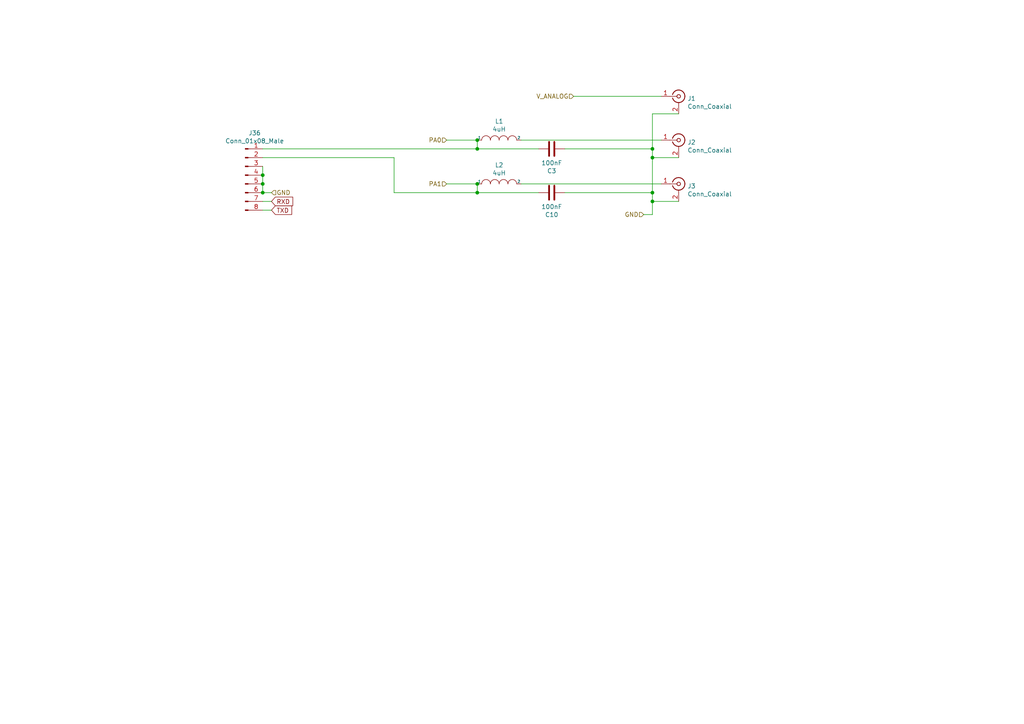
<source format=kicad_sch>
(kicad_sch (version 20211123) (generator eeschema)
  (paper "A4")
  (title_block (date "2021-09-05") (company "Jacobston Inc"))
  (lib_symbols
    (symbol "Connector:Conn_01x08_Male" (pin_names (offset 1.016) hide)
      (property "Reference" "J" (at 0 10.16 0))
      (property "Value" "Conn_01x08_Male" (at 0 -12.7 0))
      (symbol "Conn_01x08_Male_1_1"
        (polyline (pts (xy 1.27 -10.16) (xy 0.8636 -10.16)) (stroke (width 0.1524)))
        (polyline (pts (xy 1.27 -7.62) (xy 0.8636 -7.62)) (stroke (width 0.1524)))
        (polyline (pts (xy 1.27 -5.08) (xy 0.8636 -5.08)) (stroke (width 0.1524)))
        (polyline (pts (xy 1.27 -2.54) (xy 0.8636 -2.54)) (stroke (width 0.1524)))
        (polyline (pts (xy 1.27 0) (xy 0.8636 0)) (stroke (width 0.1524)))
        (polyline (pts (xy 1.27 2.54) (xy 0.8636 2.54)) (stroke (width 0.1524)))
        (polyline (pts (xy 1.27 5.08) (xy 0.8636 5.08)) (stroke (width 0.1524)))
        (polyline (pts (xy 1.27 7.62) (xy 0.8636 7.62)) (stroke (width 0.1524)))
        (rectangle (start 0.8636 -10.033) (end 0 -10.287) (stroke (width 0.1524)) (fill (type outline)))
        (rectangle (start 0.8636 -7.493) (end 0 -7.747) (stroke (width 0.1524)) (fill (type outline)))
        (rectangle (start 0.8636 -4.953) (end 0 -5.207) (stroke (width 0.1524)) (fill (type outline)))
        (rectangle (start 0.8636 -2.413) (end 0 -2.667) (stroke (width 0.1524)) (fill (type outline)))
        (rectangle (start 0.8636 0.127) (end 0 -0.127) (stroke (width 0.1524)) (fill (type outline)))
        (rectangle (start 0.8636 2.667) (end 0 2.413) (stroke (width 0.1524)) (fill (type outline)))
        (rectangle (start 0.8636 5.207) (end 0 4.953) (stroke (width 0.1524)) (fill (type outline)))
        (rectangle (start 0.8636 7.747) (end 0 7.493) (stroke (width 0.1524)) (fill (type outline)))
        (pin passive line (at 5.08 7.62 180) (length 3.81) (name "Pin_1") (number "1"))
        (pin passive line (at 5.08 5.08 180) (length 3.81) (name "Pin_2") (number "2"))
        (pin passive line (at 5.08 2.54 180) (length 3.81) (name "Pin_3") (number "3"))
        (pin passive line (at 5.08 0 180) (length 3.81) (name "Pin_4") (number "4"))
        (pin passive line (at 5.08 -2.54 180) (length 3.81) (name "Pin_5") (number "5"))
        (pin passive line (at 5.08 -5.08 180) (length 3.81) (name "Pin_6") (number "6"))
        (pin passive line (at 5.08 -7.62 180) (length 3.81) (name "Pin_7") (number "7"))
        (pin passive line (at 5.08 -10.16 180) (length 3.81) (name "Pin_8") (number "8"))
      )
    )
    (symbol "Connector:Conn_Coaxial" (pin_names (offset 1.016) hide)
      (property "Reference" "J" (at 0.254 3.048 0))
      (property "Value" "Conn_Coaxial" (at 2.921 0 90))
      (symbol "Conn_Coaxial_0_1"
        (arc (start -1.778 -0.508) (mid 0.222 -1.808) (end 1.778 0) (stroke (width 0.254)))
        (polyline (pts (xy -2.54 0) (xy -0.508 0)))
        (polyline (pts (xy 0 -2.54) (xy 0 -1.778)))
        (circle (center 0 0) (radius 0.508) (stroke (width 0.2032)))
        (arc (start 1.778 0) (mid 0.2221 1.8083) (end -1.778 0.508) (stroke (width 0.254)))
      )
      (symbol "Conn_Coaxial_1_1"
        (pin passive line (at -5.08 0 0) (length 2.54) (name "In") (number "1"))
        (pin passive line (at 0 -5.08 90) (length 2.54) (name "Ext") (number "2"))
      )
    )
    (symbol "Device:C" (pin_numbers hide) (pin_names (offset 0.254))
      (property "Reference" "C" (at 0.635 2.54 0))
      (property "Value" "C" (at 0.635 -2.54 0))
      (symbol "C_0_1"
        (polyline (pts (xy -2.032 -0.762) (xy 2.032 -0.762)) (stroke (width 0.508)))
        (polyline (pts (xy -2.032 0.762) (xy 2.032 0.762)) (stroke (width 0.508)))
      )
      (symbol "C_1_1"
        (pin passive line (at 0 3.81 270) (length 2.794) (name "~") (number "1"))
        (pin passive line (at 0 -3.81 90) (length 2.794) (name "~") (number "2"))
      )
    )
    (symbol "pspice:INDUCTOR" (pin_numbers hide) (pin_names (offset 0))
      (property "Reference" "L" (at 0 2.54 0))
      (property "Value" "INDUCTOR" (at 0 -1.27 0))
      (symbol "INDUCTOR_0_1"
        (arc (start -2.54 0) (mid -3.81 1.27) (end -5.08 0))
        (arc (start 0 0) (mid -1.27 1.27) (end -2.54 0))
        (arc (start 2.54 0) (mid 1.27 1.27) (end 0 0))
        (arc (start 5.08 0) (mid 3.81 1.27) (end 2.54 0))
      )
      (symbol "INDUCTOR_1_1"
        (pin input line (at -6.35 0 0) (length 1.27) (name "1") (number "1"))
        (pin input line (at 6.35 0 180) (length 1.27) (name "2") (number "2"))
      )
    )
  )
  (junction (at 189.23 58.42))
  (junction (at 138.43 40.64))
  (junction (at 138.43 55.88))
  (junction (at 76.2 53.34))
  (junction (at 189.23 43.18))
  (junction (at 76.2 55.88))
  (junction (at 189.23 55.88))
  (junction (at 138.43 43.18))
  (junction (at 76.2 50.8))
  (junction (at 138.43 53.34))
  (junction (at 189.23 45.72))
  (wire (pts (xy 138.43 53.34) (xy 129.54 53.34)))
  (wire (pts (xy 189.23 62.23) (xy 186.69 62.23)))
  (wire (pts (xy 138.43 43.18) (xy 156.21 43.18)))
  (wire (pts (xy 189.23 58.42) (xy 196.85 58.42)))
  (wire (pts (xy 76.2 50.8) (xy 76.2 53.34)))
  (wire (pts (xy 138.43 40.64) (xy 138.43 43.18)))
  (wire (pts (xy 76.2 43.18) (xy 138.43 43.18)))
  (wire (pts (xy 189.23 33.02) (xy 196.85 33.02)))
  (wire (pts (xy 189.23 45.72) (xy 189.23 43.18)))
  (wire (pts (xy 189.23 43.18) (xy 163.83 43.18)))
  (wire (pts (xy 189.23 58.42) (xy 189.23 55.88)))
  (wire (pts (xy 163.83 55.88) (xy 189.23 55.88)))
  (wire (pts (xy 76.2 60.96) (xy 78.74 60.96)))
  (wire (pts (xy 114.3 45.72) (xy 114.3 55.88)))
  (wire (pts (xy 189.23 33.02) (xy 189.23 43.18)))
  (wire (pts (xy 114.3 55.88) (xy 138.43 55.88)))
  (wire (pts (xy 166.37 27.94) (xy 191.77 27.94)))
  (wire (pts (xy 76.2 53.34) (xy 76.2 55.88)))
  (wire (pts (xy 76.2 48.26) (xy 76.2 50.8)))
  (wire (pts (xy 138.43 55.88) (xy 138.43 53.34)))
  (wire (pts (xy 129.54 40.64) (xy 138.43 40.64)))
  (wire (pts (xy 76.2 45.72) (xy 114.3 45.72)))
  (wire (pts (xy 76.2 55.88) (xy 78.74 55.88)))
  (wire (pts (xy 151.13 40.64) (xy 191.77 40.64)))
  (wire (pts (xy 191.77 53.34) (xy 151.13 53.34)))
  (wire (pts (xy 76.2 58.42) (xy 78.74 58.42)))
  (wire (pts (xy 189.23 55.88) (xy 189.23 45.72)))
  (wire (pts (xy 189.23 45.72) (xy 196.85 45.72)))
  (wire (pts (xy 156.21 55.88) (xy 138.43 55.88)))
  (wire (pts (xy 189.23 58.42) (xy 189.23 62.23)))
  (global_label "RXD" (shape input) (at 78.74 58.42 0) (property "Intersheet References" "${INTERSHEET_REFS}" (effects hide)))
  (global_label "TXD" (shape input) (at 78.74 60.96 0) (property "Intersheet References" "${INTERSHEET_REFS}" (effects hide)))
  (hierarchical_label "PA0" (shape input) (at 129.54 40.64 180))
  (hierarchical_label "V_ANALOG" (shape input) (at 166.37 27.94 180))
  (hierarchical_label "GND" (shape input) (at 78.74 55.88 0))
  (hierarchical_label "PA1" (shape input) (at 129.54 53.34 180))
  (hierarchical_label "GND" (shape input) (at 186.69 62.23 180))
  (symbol (lib_id "Connector:Conn_01x08_Male") (at 71.12 50.8 0) (unit 1)
    (property "Reference" "J36" (at 73.8632 38.5826 0))
    (property "Value" "Conn_01x08_Male" (at 73.8632 40.894 0))
    (property "Footprint" "Connector_PinHeader_2.54mm:PinHeader_1x08_P2.54mm_Vertical" (effects hide))
  )
  (symbol (lib_id "pspice:INDUCTOR") (at 144.78 40.64 0) (unit 1)
    (property "Reference" "L1" (at 144.78 35.179 0))
    (property "Value" "4uH" (at 144.78 37.4904 0))
    (property "Footprint" "Inductor_THT:L_Axial_L5.0mm_D3.6mm_P10.00mm_Horizontal_Murata_BL01RN1A2A2" (effects hide))
  )
  (symbol (lib_id "Device:C") (at 160.02 43.18 90) (unit 1)
    (property "Reference" "C3" (at 160.02 49.5808 90))
    (property "Value" "100nF" (at 160.02 47.2694 90))
    (property "Footprint" "Capacitor_THT:CP_Radial_D8.0mm_P5.00mm" (effects hide))
  )
  (symbol (lib_id "pspice:INDUCTOR") (at 144.78 53.34 0) (unit 1)
    (property "Reference" "L2" (at 144.78 47.879 0))
    (property "Value" "4uH" (at 144.78 50.1904 0))
    (property "Footprint" "Inductor_THT:L_Axial_L5.0mm_D3.6mm_P10.00mm_Horizontal_Murata_BL01RN1A2A2" (effects hide))
  )
  (symbol (lib_id "Device:C") (at 160.02 55.88 90) (unit 1)
    (property "Reference" "C10" (at 160.02 62.2808 90))
    (property "Value" "100nF" (at 160.02 59.9694 90))
    (property "Footprint" "Capacitor_THT:CP_Radial_D8.0mm_P5.00mm" (effects hide))
  )
  (symbol (lib_id "Connector:Conn_Coaxial") (at 196.85 40.64 0) (unit 1)
    (property "Reference" "J2" (at 199.39 41.275 0) (effects (justify left)))
    (property "Value" "Conn_Coaxial" (at 199.39 43.5864 0) (effects (justify left)))
    (property "Footprint" "Connector_Coaxial:SMA_Amphenol_132203-12_Horizontal" (effects hide))
    (property "Datasheet" " ~" (effects hide))
  )
  (symbol (lib_id "Connector:Conn_Coaxial") (at 196.85 53.34 0) (unit 1)
    (property "Reference" "J3" (at 199.39 53.975 0) (effects (justify left)))
    (property "Value" "Conn_Coaxial" (at 199.39 56.2864 0) (effects (justify left)))
    (property "Footprint" "Connector_Coaxial:SMA_Amphenol_132203-12_Horizontal" (effects hide))
    (property "Datasheet" " ~" (effects hide))
  )
  (symbol (lib_id "Connector:Conn_Coaxial") (at 196.85 27.94 0) (unit 1)
    (property "Reference" "J1" (at 199.39 28.575 0) (effects (justify left)))
    (property "Value" "Conn_Coaxial" (at 199.39 30.8864 0) (effects (justify left)))
    (property "Footprint" "Connector_Coaxial:SMA_Amphenol_132203-12_Horizontal" (effects hide))
    (property "Datasheet" " ~" (effects hide))
  )
)
</source>
